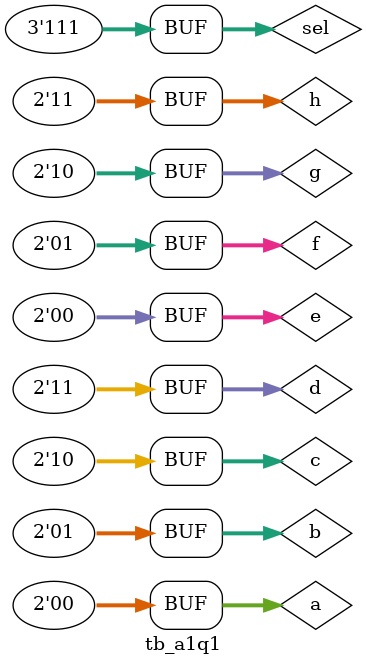
<source format=sv>
module a1q1(
	input logic [1:0] a,b,c,d,e,f,g,h,
	input logic [2:0] sel,
	output logic [1:0] outm
);

always_comb begin
	case(sel)
		3'b000: outm <= a;
		3'b001: outm <= b;
		3'b010: outm <= c;
		3'b011: outm <= d;
		3'b100: outm <= e;
		3'b101: outm <= f;
		3'b110: outm <= g;
		3'b111: outm <= h;
	endcase
end

endmodule

`timescale 1ns/1ns
module tb_a1q1();
	logic [1:0] a,b,c,d,e,f,g,h;
	logic [2:0] sel;
	logic [1:0] outm;

	a1q1 assignment1q1(.a(a),.b(b),.c(c),.d(d),.e(e),.f(f),.g(g),.h(h),.sel(sel),.outm(outm));

	initial begin
		a=0; b=1; c=2; d=3; e=0; f=1; g=2; h=3;
	end

	initial begin
		sel=3'b0; #2;
		sel=3'b1; #2;
		sel=3'b10; #2;
		sel=3'b11; #2;
		sel=3'b100; #2;
		sel=3'b101; #2;
		sel=3'b110; #2;
		sel=3'b111; #2;
	end

endmodule

</source>
